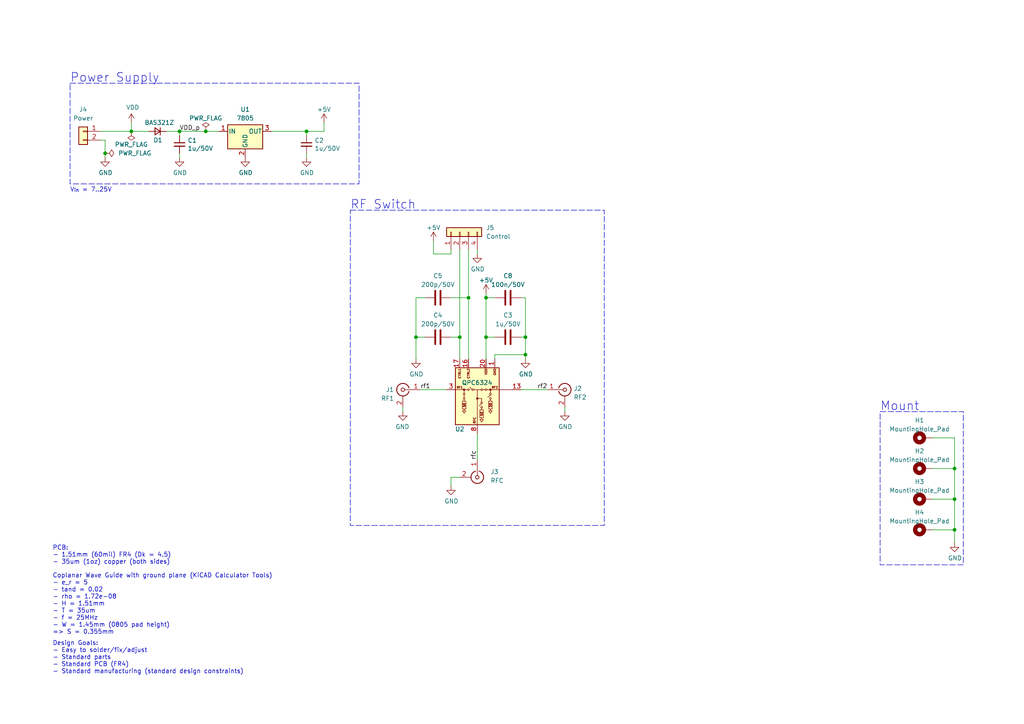
<source format=kicad_sch>
(kicad_sch (version 20230121) (generator eeschema)
  (paper "A4")
  (title_block (title "T/R Switch") (date "2023-06-19") (rev "1") (company "ETH Zürich") (comment 1 "Maximilian Stabel") (comment 2 "Based on the Qorvo Evaluation Board for the QPC6324"))
  (lib_symbols
    (symbol "Connector:Conn_Coaxial" (pin_names (offset 1.016) hide)
      (property "Reference" "J" (at 0.254 3.048 0))
      (property "Value" "Conn_Coaxial" (at 2.921 0 90))
      (symbol "Conn_Coaxial_0_1"
        (arc (start -1.778 -0.508) (mid 0.2311 -1.8066) (end 1.778 0) (stroke (width 0.254)))
        (polyline (pts (xy -2.54 0) (xy -0.508 0)))
        (polyline (pts (xy 0 -2.54) (xy 0 -1.778)))
        (circle (center 0 0) (radius 0.508) (stroke (width 0.2032)))
        (arc (start 1.778 0) (mid 0.2099 1.8101) (end -1.778 0.508) (stroke (width 0.254)))
      )
      (symbol "Conn_Coaxial_1_1"
        (pin passive line (at -5.08 0 0) (length 2.54) (name "In") (number "1"))
        (pin passive line (at 0 -5.08 90) (length 2.54) (name "Ext") (number "2"))
      )
    )
    (symbol "Connector_Generic:Conn_01x02" (pin_names (offset 1.016) hide)
      (property "Reference" "J" (at 0 2.54 0))
      (property "Value" "Conn_01x02" (at 0 -5.08 0))
      (symbol "Conn_01x02_1_1"
        (rectangle (start -1.27 -2.413) (end 0 -2.667) (stroke (width 0.1524)))
        (rectangle (start -1.27 0.127) (end 0 -0.127) (stroke (width 0.1524)))
        (rectangle (start -1.27 1.27) (end 1.27 -3.81) (stroke (width 0.254)) (fill (type background)))
        (pin passive line (at -5.08 0 0) (length 3.81) (name "Pin_1") (number "1"))
        (pin passive line (at -5.08 -2.54 0) (length 3.81) (name "Pin_2") (number "2"))
      )
    )
    (symbol "Connector_Generic:Conn_01x04" (pin_names (offset 1.016) hide)
      (property "Reference" "J" (at 0 5.08 0))
      (property "Value" "Conn_01x04" (at 0 -7.62 0))
      (symbol "Conn_01x04_1_1"
        (rectangle (start -1.27 -4.953) (end 0 -5.207) (stroke (width 0.1524)))
        (rectangle (start -1.27 -2.413) (end 0 -2.667) (stroke (width 0.1524)))
        (rectangle (start -1.27 0.127) (end 0 -0.127) (stroke (width 0.1524)))
        (rectangle (start -1.27 2.667) (end 0 2.413) (stroke (width 0.1524)))
        (rectangle (start -1.27 3.81) (end 1.27 -6.35) (stroke (width 0.254)) (fill (type background)))
        (pin passive line (at -5.08 2.54 0) (length 3.81) (name "Pin_1") (number "1"))
        (pin passive line (at -5.08 0 0) (length 3.81) (name "Pin_2") (number "2"))
        (pin passive line (at -5.08 -2.54 0) (length 3.81) (name "Pin_3") (number "3"))
        (pin passive line (at -5.08 -5.08 0) (length 3.81) (name "Pin_4") (number "4"))
      )
    )
    (symbol "Device:C" (pin_numbers hide) (pin_names (offset 0.254))
      (property "Reference" "C" (at 0.635 2.54 0))
      (property "Value" "C" (at 0.635 -2.54 0))
      (symbol "C_0_1"
        (polyline (pts (xy -2.032 -0.762) (xy 2.032 -0.762)) (stroke (width 0.508)))
        (polyline (pts (xy -2.032 0.762) (xy 2.032 0.762)) (stroke (width 0.508)))
      )
      (symbol "C_1_1"
        (pin passive line (at 0 3.81 270) (length 2.794) (name "~") (number "1"))
        (pin passive line (at 0 -3.81 90) (length 2.794) (name "~") (number "2"))
      )
    )
    (symbol "Device:C_Small" (pin_numbers hide) (pin_names (offset 0.254) hide)
      (property "Reference" "C" (at 0.254 1.778 0))
      (property "Value" "C_Small" (at 0.254 -2.032 0))
      (symbol "C_Small_0_1"
        (polyline (pts (xy -1.524 -0.508) (xy 1.524 -0.508)) (stroke (width 0.3302)))
        (polyline (pts (xy -1.524 0.508) (xy 1.524 0.508)) (stroke (width 0.3048)))
      )
      (symbol "C_Small_1_1"
        (pin passive line (at 0 2.54 270) (length 2.032) (name "~") (number "1"))
        (pin passive line (at 0 -2.54 90) (length 2.032) (name "~") (number "2"))
      )
    )
    (symbol "Device:D_Small" (pin_numbers hide) (pin_names (offset 0.254) hide)
      (property "Reference" "D" (at -1.27 2.032 0))
      (property "Value" "D_Small" (at -3.81 -2.032 0))
      (symbol "D_Small_0_1"
        (polyline (pts (xy -0.762 -1.016) (xy -0.762 1.016)) (stroke (width 0.254)))
        (polyline (pts (xy -0.762 0) (xy 0.762 0)))
        (polyline (pts (xy 0.762 -1.016) (xy -0.762 0) (xy 0.762 1.016) (xy 0.762 -1.016)) (stroke (width 0.254)))
      )
      (symbol "D_Small_1_1"
        (pin passive line (at -2.54 0 0) (length 1.778) (name "K") (number "1"))
        (pin passive line (at 2.54 0 180) (length 1.778) (name "A") (number "2"))
      )
    )
    (symbol "Mechanical:MountingHole_Pad" (pin_numbers hide) (pin_names (offset 1.016) hide)
      (property "Reference" "H" (at 0 6.35 0))
      (property "Value" "MountingHole_Pad" (at 0 4.445 0))
      (symbol "MountingHole_Pad_0_1"
        (circle (center 0 1.27) (radius 1.27) (stroke (width 1.27)))
      )
      (symbol "MountingHole_Pad_1_1"
        (pin input line (at 0 -2.54 90) (length 2.54) (name "1") (number "1"))
      )
    )
    (symbol "Regulator_Linear:L7805" (pin_names (offset 0.254))
      (property "Reference" "U" (at -3.81 3.175 0))
      (property "Value" "L7805" (at 0 3.175 0))
      (symbol "L7805_0_1"
        (rectangle (start -5.08 1.905) (end 5.08 -5.08) (stroke (width 0.254)) (fill (type background)))
      )
      (symbol "L7805_1_1"
        (pin power_in line (at -7.62 0 0) (length 2.54) (name "IN") (number "1"))
        (pin power_in line (at 0 -7.62 90) (length 2.54) (name "GND") (number "2"))
        (pin power_out line (at 7.62 0 180) (length 2.54) (name "OUT") (number "3"))
      )
    )
    (symbol "power:+5V" (power) (pin_names (offset 0))
      (property "Value" "+5V" (at 0 3.556 0))
      (symbol "+5V_0_1"
        (polyline (pts (xy -0.762 1.27) (xy 0 2.54)))
        (polyline (pts (xy 0 0) (xy 0 2.54)))
        (polyline (pts (xy 0 2.54) (xy 0.762 1.27)))
      )
      (symbol "+5V_1_1"
        (pin power_in line (at 0 0 90) (length 0) hide (name "+5V") (number "1"))
      )
    )
    (symbol "power:GND" (power) (pin_names (offset 0))
      (property "Value" "GND" (at 0 -3.81 0))
      (symbol "GND_0_1"
        (polyline (pts (xy 0 0) (xy 0 -1.27) (xy 1.27 -1.27) (xy 0 -2.54) (xy -1.27 -1.27) (xy 0 -1.27)))
      )
      (symbol "GND_1_1"
        (pin power_in line (at 0 0 270) (length 0) hide (name "GND") (number "1"))
      )
    )
    (symbol "power:PWR_FLAG" (power) (pin_numbers hide) (pin_names (offset 0) hide)
      (property "Value" "PWR_FLAG" (at 0 3.81 0))
      (symbol "PWR_FLAG_0_0"
        (pin power_out line (at 0 0 90) (length 0) (name "pwr") (number "1"))
      )
      (symbol "PWR_FLAG_0_1"
        (polyline (pts (xy 0 0) (xy 0 1.27) (xy -1.016 1.905) (xy 0 2.54) (xy 1.016 1.905) (xy 0 1.27)))
      )
    )
    (symbol "power:VDD" (power) (pin_names (offset 0))
      (property "Value" "VDD" (at 0 3.81 0))
      (symbol "VDD_0_1"
        (polyline (pts (xy -0.762 1.27) (xy 0 2.54)))
        (polyline (pts (xy 0 0) (xy 0 2.54)))
        (polyline (pts (xy 0 2.54) (xy 0.762 1.27)))
      )
      (symbol "VDD_1_1"
        (pin power_in line (at 0 0 90) (length 0) hide (name "VDD") (number "1"))
      )
    )
    (symbol "tr_switch:QPC6324"
      (property "Reference" "U" (at -6.35 -10.541 0))
      (property "Value" "QPC6324" (at 0 1.905 0))
      (symbol "QPC6324_0_0"
        (text "50" (at -3.81 -4.445 900) (effects (font (size 0.635 0.635))))
        (text "50" (at 1.27 -6.985 900) (effects (font (size 0.635 0.635))))
        (text "50" (at 3.81 -4.445 900) (effects (font (size 0.635 0.635))))
      )
      (symbol "QPC6324_0_1"
        (rectangle (start -6.35 6.35) (end 6.35 -10.16) (stroke (width 0.254)) (fill (type background)))
        (rectangle (start -4.318 -3.302) (end -3.302 -5.588))
        (circle (center -3.81 -2.54) (radius 0.254))
        (circle (center -3.81 -1.27) (radius 0.254))
        (circle (center -3.81 0) (radius 0.254) (fill (type outline)))
        (circle (center -2.54 0) (radius 0.254))
        (circle (center -1.27 0) (radius 0.254))
        (circle (center 0 -2.54) (radius 0.254) (fill (type outline)))
        (polyline (pts (xy -3.81 -2.794) (xy -3.81 -3.302)))
        (polyline (pts (xy -3.81 -1.016) (xy -3.81 0)))
        (polyline (pts (xy -2.794 0) (xy -6.35 0)))
        (polyline (pts (xy -1.524 0) (xy -2.159 0.762)))
        (polyline (pts (xy -1.016 0) (xy 1.016 0)))
        (polyline (pts (xy 0 0) (xy 0 -10.16)))
        (polyline (pts (xy 1.27 -5.334) (xy 1.27 -5.842)))
        (polyline (pts (xy 1.27 -4.064) (xy 0.508 -4.699)))
        (polyline (pts (xy 1.27 -3.556) (xy 1.27 -2.54)))
        (polyline (pts (xy 1.27 -2.54) (xy 0 -2.54)))
        (polyline (pts (xy 1.524 0) (xy 2.286 0)))
        (polyline (pts (xy 2.794 0) (xy 10.16 0)))
        (polyline (pts (xy 3.81 -2.794) (xy 3.81 -3.302)))
        (polyline (pts (xy 3.81 -1.524) (xy 3.048 -2.159)))
        (polyline (pts (xy 3.81 -1.016) (xy 3.81 0)))
        (polyline (pts (xy -3.81 -5.588) (xy -3.81 -6.096) (xy -4.318 -6.096) (xy -3.81 -6.858) (xy -3.302 -6.096) (xy -3.81 -6.096)))
        (polyline (pts (xy 1.27 -8.128) (xy 1.27 -8.636) (xy 0.762 -8.636) (xy 1.27 -9.398) (xy 1.778 -8.636) (xy 1.27 -8.636)))
        (polyline (pts (xy 3.81 -5.588) (xy 3.81 -6.096) (xy 3.302 -6.096) (xy 3.81 -6.858) (xy 4.318 -6.096) (xy 3.81 -6.096)))
        (rectangle (start 0.762 -5.842) (end 1.778 -8.128))
        (circle (center 1.27 -5.08) (radius 0.254))
        (circle (center 1.27 -3.81) (radius 0.254))
        (circle (center 1.27 0) (radius 0.254))
        (circle (center 2.54 0) (radius 0.254))
        (rectangle (start 3.302 -3.302) (end 4.318 -5.588))
        (circle (center 3.81 -2.54) (radius 0.254))
        (circle (center 3.81 -1.27) (radius 0.254))
        (circle (center 3.81 0) (radius 0.254) (fill (type outline)))
      )
      (symbol "QPC6324_1_1"
        (polyline (pts (xy -3.81 -1.524) (xy -3.81 -2.286)))
        (text "CTRL1" (at -5.08 6.223 900) (effects (font (size 0.635 0.635)) (justify right)))
        (text "CTRL2" (at -2.54 6.223 900) (effects (font (size 0.635 0.635)) (justify right)))
        (text "GND" (at 5.08 6.223 900) (effects (font (size 0.635 0.635)) (justify right)))
        (text "RF1" (at -5.08 0.635 0) (effects (font (size 0.635 0.635))))
        (text "RF2" (at 5.08 0.635 0) (effects (font (size 0.635 0.635))))
        (text "RFC" (at -0.762 -8.89 900) (effects (font (size 0.635 0.635))))
        (text "VDD" (at 2.54 6.223 900) (effects (font (size 0.635 0.635)) (justify right)))
        (pin power_in line (at 5.08 8.89 270) (length 2.54) (name "") (number "1"))
        (pin passive line (at 5.08 8.89 270) (length 2.54) hide (name "GND") (number "10"))
        (pin passive line (at 5.08 8.89 270) (length 2.54) hide (name "GND") (number "11"))
        (pin passive line (at 5.08 8.89 270) (length 2.54) hide (name "GND") (number "12"))
        (pin passive line (at 12.7 0 180) (length 2.54) (name "") (number "13"))
        (pin passive line (at 5.08 8.89 270) (length 2.54) hide (name "GND") (number "14"))
        (pin passive line (at 5.08 8.89 270) (length 2.54) hide (name "GND") (number "15"))
        (pin input line (at -2.54 8.89 270) (length 2.54) (name "") (number "16"))
        (pin input line (at -5.08 8.89 270) (length 2.54) (name "") (number "17"))
        (pin passive line (at 5.08 8.89 270) (length 2.54) hide (name "GND") (number "18"))
        (pin passive line (at 5.08 8.89 270) (length 2.54) hide (name "GND") (number "19"))
        (pin passive line (at 5.08 8.89 270) (length 2.54) hide (name "GND") (number "2"))
        (pin power_in line (at 2.54 8.89 270) (length 2.54) (name "") (number "20"))
        (pin passive line (at 5.08 8.89 270) (length 2.54) hide (name "GND") (number "21"))
        (pin passive line (at -8.89 0 0) (length 2.54) (name "") (number "3"))
        (pin passive line (at 5.08 8.89 270) (length 2.54) hide (name "GND") (number "4"))
        (pin passive line (at 5.08 8.89 270) (length 2.54) hide (name "GND") (number "5"))
        (pin passive line (at 5.08 8.89 270) (length 2.54) hide (name "GND") (number "6"))
        (pin passive line (at 5.08 8.89 270) (length 2.54) hide (name "GND") (number "7"))
        (pin passive line (at 0 -12.7 90) (length 2.54) (name "") (number "8"))
        (pin passive line (at 5.08 8.89 270) (length 2.54) hide (name "GND") (number "9"))
      )
    )
  )
  (junction (at 52.07 38.1))
  (junction (at 152.4 97.79))
  (junction (at 38.1 38.1))
  (junction (at 30.48 44.45))
  (junction (at 152.4 102.87))
  (junction (at 59.69 38.1))
  (junction (at 140.97 86.36))
  (junction (at 135.89 86.36))
  (junction (at 133.35 97.79))
  (junction (at 120.65 97.79))
  (junction (at 276.86 153.67))
  (junction (at 276.86 135.89))
  (junction (at 140.97 97.79))
  (junction (at 276.86 144.78))
  (junction (at 88.9 38.1))
  (wire (pts (xy 125.73 69.85) (xy 125.73 73.66)))
  (wire (pts (xy 38.1 38.1) (xy 43.18 38.1)))
  (wire (pts (xy 276.86 135.89) (xy 276.86 144.78)))
  (wire (pts (xy 152.4 97.79) (xy 152.4 102.87)))
  (wire (pts (xy 140.97 97.79) (xy 140.97 104.14)))
  (wire (pts (xy 116.84 118.11) (xy 116.84 119.38)))
  (wire (pts (xy 52.07 39.37) (xy 52.07 38.1)))
  (wire (pts (xy 135.89 72.39) (xy 135.89 86.36)))
  (wire (pts (xy 93.98 35.56) (xy 93.98 38.1)))
  (wire (pts (xy 78.74 38.1) (xy 88.9 38.1)))
  (wire (pts (xy 48.26 38.1) (xy 52.07 38.1)))
  (wire (pts (xy 133.35 97.79) (xy 133.35 104.14)))
  (wire (pts (xy 135.89 86.36) (xy 135.89 104.14)))
  (wire (pts (xy 152.4 86.36) (xy 151.13 86.36)))
  (wire (pts (xy 130.81 140.97) (xy 130.81 138.43)))
  (wire (pts (xy 163.83 118.11) (xy 163.83 119.38)))
  (wire (pts (xy 88.9 39.37) (xy 88.9 38.1)))
  (wire (pts (xy 152.4 102.87) (xy 152.4 104.14)))
  (wire (pts (xy 52.07 38.1) (xy 59.69 38.1)))
  (wire (pts (xy 140.97 86.36) (xy 140.97 97.79)))
  (wire (pts (xy 140.97 86.36) (xy 143.51 86.36)))
  (wire (pts (xy 140.97 97.79) (xy 143.51 97.79)))
  (wire (pts (xy 120.65 104.14) (xy 120.65 97.79)))
  (wire (pts (xy 30.48 40.64) (xy 29.21 40.64)))
  (wire (pts (xy 130.81 138.43) (xy 133.35 138.43)))
  (wire (pts (xy 138.43 72.39) (xy 138.43 73.66)))
  (wire (pts (xy 125.73 73.66) (xy 130.81 73.66)))
  (wire (pts (xy 276.86 127) (xy 276.86 135.89)))
  (wire (pts (xy 93.98 38.1) (xy 88.9 38.1)))
  (wire (pts (xy 270.51 144.78) (xy 276.86 144.78)))
  (wire (pts (xy 130.81 73.66) (xy 130.81 72.39)))
  (wire (pts (xy 152.4 97.79) (xy 152.4 86.36)))
  (wire (pts (xy 121.92 113.03) (xy 129.54 113.03)))
  (wire (pts (xy 130.81 97.79) (xy 133.35 97.79)))
  (wire (pts (xy 120.65 97.79) (xy 120.65 86.36)))
  (wire (pts (xy 151.13 97.79) (xy 152.4 97.79)))
  (wire (pts (xy 270.51 127) (xy 276.86 127)))
  (wire (pts (xy 276.86 153.67) (xy 276.86 157.48)))
  (wire (pts (xy 143.51 102.87) (xy 143.51 104.14)))
  (wire (pts (xy 276.86 144.78) (xy 276.86 153.67)))
  (wire (pts (xy 30.48 45.72) (xy 30.48 44.45)))
  (wire (pts (xy 52.07 45.72) (xy 52.07 44.45)))
  (wire (pts (xy 88.9 45.72) (xy 88.9 44.45)))
  (wire (pts (xy 130.81 86.36) (xy 135.89 86.36)))
  (wire (pts (xy 38.1 35.56) (xy 38.1 38.1)))
  (wire (pts (xy 140.97 85.09) (xy 140.97 86.36)))
  (wire (pts (xy 120.65 86.36) (xy 123.19 86.36)))
  (wire (pts (xy 270.51 153.67) (xy 276.86 153.67)))
  (wire (pts (xy 151.13 113.03) (xy 158.75 113.03)))
  (wire (pts (xy 30.48 44.45) (xy 30.48 40.64)))
  (wire (pts (xy 138.43 125.73) (xy 138.43 133.35)))
  (wire (pts (xy 133.35 72.39) (xy 133.35 97.79)))
  (wire (pts (xy 270.51 135.89) (xy 276.86 135.89)))
  (wire (pts (xy 120.65 97.79) (xy 123.19 97.79)))
  (wire (pts (xy 29.21 38.1) (xy 38.1 38.1)))
  (wire (pts (xy 152.4 102.87) (xy 143.51 102.87)))
  (wire (pts (xy 59.69 38.1) (xy 63.5 38.1)))
  (rectangle (start 20.32 24.13) (end 104.14 53.34) (stroke (width 0) (type dash)))
  (rectangle (start 101.6 60.96) (end 175.26 152.4) (stroke (width 0) (type dash)))
  (rectangle (start 255.27 119.38) (end 279.4 163.83) (stroke (width 0) (type dash)))
  (text "V_{in} = 7..25V" (at 20.32 55.88 0) (effects (font (size 1.27 1.27)) (justify left bottom)))
  (text "Mount" (at 255.27 119.38 0) (effects (font (size 2.54 2.54)) (justify left bottom)))
  (text "PCB:\n- 1.51mm (60mil) FR4 (Dk = 4.5)\n- 35um (1oz) copper (both sides)" (at 15.24 163.83 0) (effects (font (size 1.27 1.27)) (justify left bottom)))
  (text "Coplanar Wave Guide with ground plane (KiCAD Calculator Tools)\n- e_r = 5\n- tand = 0.02\n- rho = 1.72e-08\n- H = 1.51mm\n- T = 35um\n- f = 25MHz\n- W = 1.45mm (0805 pad height)\n=> S = 0.355mm" (at 15.24 184.15 0) (effects (font (size 1.27 1.27)) (justify left bottom)))
  (text "RF Switch" (at 101.6 60.96 0) (effects (font (size 2.54 2.54)) (justify left bottom)))
  (text "Power Supply" (at 20.32 24.13 0) (effects (font (size 2.54 2.54)) (justify left bottom)))
  (text "Design Goals:\n- Easy to solder/fix/adjust\n- Standard parts\n- Standard PCB (FR4)\n- Standard manufacturing (standard design constraints)" (at 15.24 195.58 0) (effects (font (size 1.27 1.27)) (justify left bottom)))
  (label "rf1" (at 121.92 113.03 0))
  (label "VDD_p" (at 52.07 38.1 0))
  (label "rfc" (at 138.43 133.35 90))
  (label "rf2" (at 158.75 113.03 180))
  (symbol (lib_id "power:GND") (at 152.4 104.14 0) (unit 1)
    (property "Reference" "#PWR011" (effects hide))
    (property "Value" "GND" (at 152.527 108.5342 0))
  )
  (symbol (lib_id "power:VDD") (at 38.1 35.56 0) (unit 1)
    (property "Reference" "#PWR05" (effects hide))
    (property "Value" "VDD" (at 38.481 31.1658 0))
  )
  (symbol (lib_id "Device:C_Small") (at 88.9 41.91 0) (unit 1)
    (property "Reference" "C2" (at 91.2368 40.7416 0) (effects (justify left)))
    (property "Value" "1u/50V" (at 91.2368 43.053 0) (effects (justify left)))
    (property "Footprint" "Capacitor_SMD:C_0805_2012Metric" (effects hide))
    (property "Datasheet" "https://www.mouser.ch/datasheet/2/585/MLCC-1837944.pdf" (effects hide))
    (property "MPN" "CL21B105KBFNNNG" (effects hide))
    (property "Mouser" "187-CL21B105KBFNNNG" (effects hide))
  )
  (symbol (lib_id "power:GND") (at 30.48 45.72 0) (unit 1)
    (property "Reference" "#PWR04" (effects hide))
    (property "Value" "GND" (at 30.607 50.1142 0))
  )
  (symbol (lib_id "tr_switch:QPC6324") (at 138.43 113.03 0) (unit 1)
    (property "Reference" "U2" (at 133.35 124.46 0))
    (property "Value" "QPC6324" (at 138.3869 110.9983 0))
    (property "Footprint" "Package_DFN_QFN:QFN-20-1EP_4x4mm_P0.5mm_EP2.5x2.5mm_ThermalVias" (effects hide))
    (property "Datasheet" "https://www.qorvo.com/products/d/da006332" (effects hide))
    (property "MPN" "QPC6324" (effects hide))
    (property "Mouser" "772-QPC6324TR13" (effects hide))
  )
  (symbol (lib_id "Device:C_Small") (at 52.07 41.91 0) (unit 1)
    (property "Reference" "C1" (at 54.4068 40.7416 0) (effects (justify left)))
    (property "Value" "1u/50V" (at 54.4068 43.053 0) (effects (justify left)))
    (property "Footprint" "Capacitor_SMD:C_0805_2012Metric" (effects hide))
    (property "Datasheet" "https://www.mouser.ch/datasheet/2/585/MLCC-1837944.pdf" (effects hide))
    (property "MPN" "CL21B105KBFNNNG" (effects hide))
    (property "Mouser" "187-CL21B105KBFNNNG" (effects hide))
  )
  (symbol (lib_id "power:GND") (at 130.81 140.97 0) (unit 1)
    (property "Reference" "#PWR010" (effects hide))
    (property "Value" "GND" (at 130.937 145.3642 0))
  )
  (symbol (lib_id "Connector:Conn_Coaxial") (at 163.83 113.03 0) (unit 1)
    (property "Reference" "J2" (at 166.37 112.6882 0) (effects (justify left)))
    (property "Value" "RF2" (at 166.37 115.2282 0) (effects (justify left)))
    (property "Footprint" "Connector_Coaxial:SMA_Molex_73251-1153_EdgeMount_Horizontal" (effects hide))
    (property "Datasheet" "https://www.farnell.com/datasheets/2048997.pdf" (effects hide))
    (property "MPN" "142-0701-851" (effects hide))
    (property "Mouser" "530-142-0701-851 " (effects hide))
  )
  (symbol (lib_id "Mechanical:MountingHole_Pad") (at 267.97 153.67 90) (unit 1) (in_bom no)
    (property "Reference" "H4" (at 266.7 148.59 90))
    (property "Value" "MountingHole_Pad" (at 266.7 151.13 90))
    (property "Footprint" "MountingHole:MountingHole_2.2mm_M2_Pad_Via" (effects hide))
  )
  (symbol (lib_id "Connector_Generic:Conn_01x04") (at 133.35 67.31 90) (unit 1)
    (property "Reference" "J5" (at 140.97 66.04 90) (effects (justify right)))
    (property "Value" "Control" (at 140.97 68.58 90) (effects (justify right)))
    (property "Footprint" "Connector_PinHeader_2.54mm:PinHeader_1x04_P2.54mm_Vertical" (effects hide))
    (property "Datasheet" "https://cdn.amphenol-cs.com/media/wysiwyg/files/documentation/datasheet/boardwiretoboard/bwb_bergstik.pdf" (effects hide))
    (property "MPN" "69190-104HLF" (effects hide))
    (property "Mouser" "649-69190-104HLF" (effects hide))
  )
  (symbol (lib_id "power:GND") (at 138.43 73.66 0) (unit 1)
    (property "Reference" "#PWR015" (effects hide))
    (property "Value" "GND" (at 138.557 78.0542 0))
  )
  (symbol (lib_id "power:GND") (at 88.9 45.72 0) (unit 1)
    (property "Reference" "#PWR08" (effects hide))
    (property "Value" "GND" (at 89.027 50.1142 0))
  )
  (symbol (lib_id "Device:C") (at 147.32 97.79 90) (unit 1)
    (property "Reference" "C3" (at 147.32 91.44 90))
    (property "Value" "1u/50V" (at 147.32 93.98 90))
    (property "Footprint" "Capacitor_SMD:C_0805_2012Metric" (effects hide))
    (property "Datasheet" "https://www.mouser.ch/datasheet/2/585/MLCC-1837944.pdf" (effects hide))
    (property "MPN" "CL21B105KBFNNNG" (effects hide))
    (property "Mouser" "187-CL21B105KBFNNNG" (effects hide))
  )
  (symbol (lib_id "Device:C") (at 127 97.79 90) (unit 1)
    (property "Reference" "C4" (at 127 91.44 90))
    (property "Value" "200p/50V" (at 127 93.98 90))
    (property "Footprint" "Capacitor_SMD:C_0805_2012Metric" (effects hide))
    (property "Datasheet" "https://www.mouser.ch/datasheet/2/212/KEM_C1007_X8R_ULTRA_150C_SMD-1102703.pdf" (effects hide))
    (property "MPN" "C0805C201K5HACTU" (effects hide))
    (property "Mouser" "80-C0805C201K5HACTU" (effects hide))
  )
  (symbol (lib_id "power:GND") (at 276.86 157.48 0) (unit 1)
    (property "Reference" "#PWR01" (effects hide))
    (property "Value" "GND" (at 276.987 161.8742 0))
  )
  (symbol (lib_id "Regulator_Linear:L7805") (at 71.12 38.1 0) (unit 1)
    (property "Reference" "U1" (at 71.12 31.75 0))
    (property "Value" "7805" (at 71.12 34.29 0))
    (property "Footprint" "Package_TO_SOT_SMD:SOT-223-3_TabPin2" (effects hide))
    (property "Datasheet" "https://www.ti.com/lit/ds/symlink/ua78m.pdf" (effects hide))
    (property "MPN" "UA78M05IDCYR" (effects hide))
    (property "Mouser" "595-UA78M05IDCYR" (effects hide))
  )
  (symbol (lib_id "Device:C") (at 147.32 86.36 90) (unit 1)
    (property "Reference" "C8" (at 147.32 80.01 90))
    (property "Value" "100n/50V" (at 147.32 82.55 90))
    (property "Footprint" "Capacitor_SMD:C_0805_2012Metric" (effects hide))
    (property "Datasheet" "https://www.mouser.ch/datasheet/2/212/KEM_C1002_X7R_SMD-1102033.pdf" (effects hide))
    (property "MPN" "C0805C104J5RACTU" (effects hide))
    (property "Mouser" "80-C0805C104J5R" (effects hide))
  )
  (symbol (lib_id "Device:D_Small") (at 45.72 38.1 180) (unit 1)
    (property "Reference" "D1" (at 44.45 40.64 0) (effects (justify right)))
    (property "Value" "BAS321Z" (at 41.91 35.56 0) (effects (justify right)))
    (property "Footprint" "Diode_SMD:D_SOD-323_HandSoldering" (effects hide))
    (property "Datasheet" "https://rocelec.widen.net/view/pdf/ofhvo8bugp/NEXP-S-A0003060012-1.pdf" (effects hide))
    (property "MPN" "BAS321Z " (effects hide))
    (property "Mouser" "771-BAS321Z " (effects hide))
    (property "DigiKey" "1727-BAS321ZCT-ND" (effects hide))
  )
  (symbol (lib_id "Connector:Conn_Coaxial") (at 138.43 138.43 270) (unit 1)
    (property "Reference" "J3" (at 142.24 136.8425 90) (effects (justify left)))
    (property "Value" "RFC" (at 142.24 139.3825 90) (effects (justify left)))
    (property "Footprint" "Connector_Coaxial:SMA_Molex_73251-1153_EdgeMount_Horizontal" (effects hide))
    (property "Datasheet" "https://www.farnell.com/datasheets/2048997.pdf" (effects hide))
    (property "MPN" "142-0701-851" (effects hide))
    (property "Mouser" "530-142-0701-851 " (effects hide))
  )
  (symbol (lib_id "power:GND") (at 163.83 119.38 0) (unit 1)
    (property "Reference" "#PWR03" (effects hide))
    (property "Value" "GND" (at 163.957 123.7742 0))
  )
  (symbol (lib_id "power:PWR_FLAG") (at 30.48 44.45 270) (unit 1)
    (property "Reference" "#FLG01" (effects hide))
    (property "Value" "PWR_FLAG" (at 34.29 44.45 90) (effects (justify left)))
  )
  (symbol (lib_id "power:GND") (at 116.84 119.38 0) (mirror y) (unit 1)
    (property "Reference" "#PWR02" (effects hide))
    (property "Value" "GND" (at 116.713 123.7742 0))
  )
  (symbol (lib_id "Device:C") (at 127 86.36 90) (unit 1)
    (property "Reference" "C5" (at 127 80.01 90))
    (property "Value" "200p/50V" (at 127 82.55 90))
    (property "Footprint" "Capacitor_SMD:C_0805_2012Metric" (effects hide))
    (property "Datasheet" "https://www.mouser.ch/datasheet/2/212/KEM_C1007_X8R_ULTRA_150C_SMD-1102703.pdf" (effects hide))
    (property "MPN" "C0805C201K5HACTU" (effects hide))
    (property "Mouser" "80-C0805C201K5HACTU" (effects hide))
  )
  (symbol (lib_id "Connector:Conn_Coaxial") (at 116.84 113.03 0) (mirror y) (unit 1)
    (property "Reference" "J1" (at 114.3 113.03 0) (effects (justify left)))
    (property "Value" "RF1" (at 114.3 115.57 0) (effects (justify left)))
    (property "Footprint" "Connector_Coaxial:SMA_Molex_73251-1153_EdgeMount_Horizontal" (effects hide))
    (property "Datasheet" "https://www.farnell.com/datasheets/2048997.pdf" (effects hide))
    (property "MPN" "142-0701-851" (effects hide))
    (property "Mouser" "530-142-0701-851 " (effects hide))
  )
  (symbol (lib_id "Connector_Generic:Conn_01x02") (at 24.13 38.1 0) (mirror y) (unit 1)
    (property "Reference" "J4" (at 24.13 31.75 0))
    (property "Value" "Power" (at 24.13 34.29 0))
    (property "Footprint" "Connector_PinHeader_2.54mm:PinHeader_1x02_P2.54mm_Vertical" (effects hide))
    (property "Datasheet" "https://cdn.amphenol-cs.com/media/wysiwyg/files/documentation/datasheet/boardwiretoboard/bwb_bergstik.pdf" (effects hide))
    (property "MPN" "68491-102HLF " (effects hide))
    (property "Mouser" "649-68491-102HLF" (effects hide))
  )
  (symbol (lib_id "Mechanical:MountingHole_Pad") (at 267.97 127 90) (unit 1) (in_bom no)
    (property "Reference" "H1" (at 266.7 121.92 90))
    (property "Value" "MountingHole_Pad" (at 266.7 124.46 90))
    (property "Footprint" "MountingHole:MountingHole_2.2mm_M2_Pad_Via" (effects hide))
  )
  (symbol (lib_id "power:GND") (at 71.12 45.72 0) (unit 1)
    (property "Reference" "#PWR07" (effects hide))
    (property "Value" "GND" (at 71.247 50.1142 0))
  )
  (symbol (lib_id "power:PWR_FLAG") (at 38.1 38.1 180) (unit 1)
    (property "Reference" "#FLG02" (effects hide))
    (property "Value" "PWR_FLAG" (at 38.1 41.91 0))
  )
  (symbol (lib_id "power:PWR_FLAG") (at 59.69 38.1 0) (unit 1)
    (property "Reference" "#FLG03" (effects hide))
    (property "Value" "PWR_FLAG" (at 59.69 34.29 0))
  )
  (symbol (lib_id "power:+5V") (at 125.73 69.85 0) (unit 1)
    (property "Reference" "#PWR014" (effects hide))
    (property "Value" "+5V" (at 125.73 66.04 0))
  )
  (symbol (lib_id "power:+5V") (at 140.97 85.09 0) (unit 1)
    (property "Reference" "#PWR012" (effects hide))
    (property "Value" "+5V" (at 140.97 81.28 0))
  )
  (symbol (lib_id "Mechanical:MountingHole_Pad") (at 267.97 135.89 90) (unit 1) (in_bom no)
    (property "Reference" "H2" (at 266.7 130.81 90))
    (property "Value" "MountingHole_Pad" (at 266.7 133.35 90))
    (property "Footprint" "MountingHole:MountingHole_2.2mm_M2_Pad_Via" (effects hide))
  )
  (symbol (lib_id "Mechanical:MountingHole_Pad") (at 267.97 144.78 90) (unit 1) (in_bom no)
    (property "Reference" "H3" (at 266.7 139.7 90))
    (property "Value" "MountingHole_Pad" (at 266.7 142.24 90))
    (property "Footprint" "MountingHole:MountingHole_2.2mm_M2_Pad_Via" (effects hide))
  )
  (symbol (lib_id "power:GND") (at 120.65 104.14 0) (unit 1)
    (property "Reference" "#PWR013" (effects hide))
    (property "Value" "GND" (at 120.777 108.5342 0))
  )
  (symbol (lib_id "power:+5V") (at 93.98 35.56 0) (unit 1)
    (property "Reference" "#PWR09" (effects hide))
    (property "Value" "+5V" (at 93.98 31.75 0))
  )
  (symbol (lib_id "power:GND") (at 52.07 45.72 0) (unit 1)
    (property "Reference" "#PWR06" (effects hide))
    (property "Value" "GND" (at 52.197 50.1142 0))
  )
)
</source>
